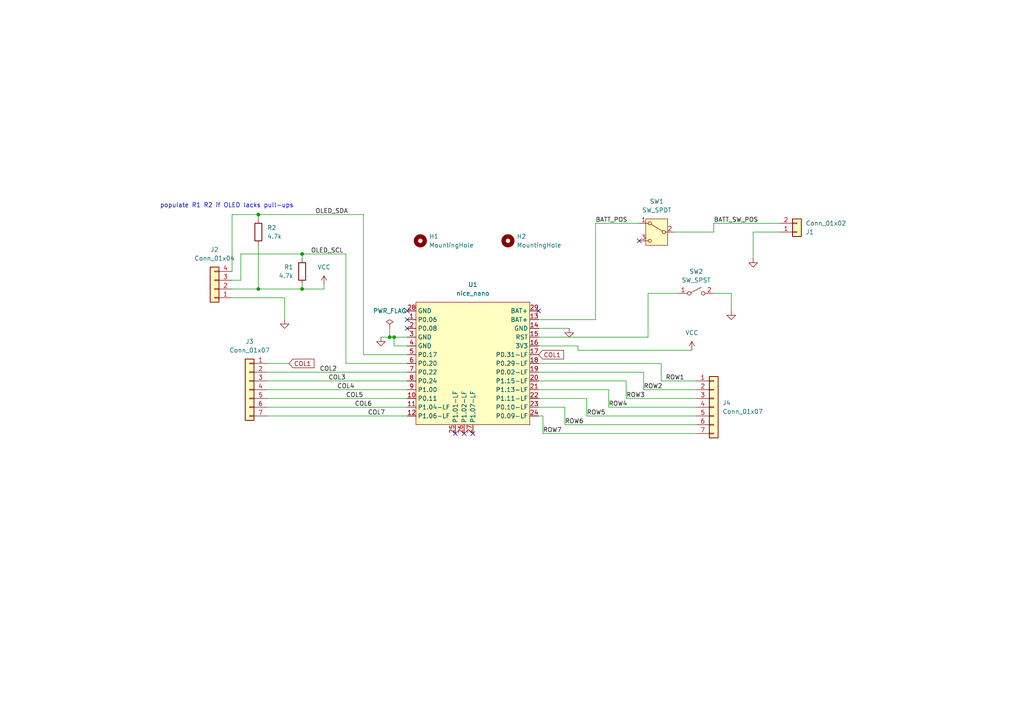
<source format=kicad_sch>
(kicad_sch (version 20231120) (generator "eeschema") (generator_version "8.0")
  (paper "A4")
  (title_block (title "Right Dactyl Manuform Wireless Supermini nRF52840 Hub") (date "2025-03-04") (rev "A") (comment 1 "Connection point for the keyboard components") (comment 2 "Mounts to case of right half of wireless dactyl manuform keyboard"))
  (lib_symbols
    (symbol "Connector_Generic:Conn_01x02" (pin_names (offset 1.016) hide)
      (property "Reference" "J1" (at 2.54 0.0001 0))
      (property "Value" "Conn_01x02" (at 2.54 -2.5399 0))
      (symbol "Conn_01x02_1_1"
        (rectangle (start -1.27 -2.413) (end 0 -2.667) (stroke (width 0.1524)))
        (rectangle (start -1.27 0.127) (end 0 -0.127) (stroke (width 0.1524)))
        (rectangle (start -1.27 1.27) (end 1.27 -3.81) (stroke (width 0.254)) (fill (type background)))
        (pin power_in line (at -5.08 0 0) (length 3.81) (name "Pin_1") (number "1"))
        (pin power_out line (at -5.08 -2.54 0) (length 3.81) (name "Pin_2") (number "2"))
      )
    )
    (symbol "Connector_Generic:Conn_01x04" (pin_names (offset 1.016) hide)
      (property "Reference" "J" (at 0 5.08 0))
      (property "Value" "Conn_01x04" (at 0 -7.62 0))
      (symbol "Conn_01x04_1_1"
        (rectangle (start -1.27 -4.953) (end 0 -5.207) (stroke (width 0.1524)))
        (rectangle (start -1.27 -2.413) (end 0 -2.667) (stroke (width 0.1524)))
        (rectangle (start -1.27 0.127) (end 0 -0.127) (stroke (width 0.1524)))
        (rectangle (start -1.27 2.667) (end 0 2.413) (stroke (width 0.1524)))
        (rectangle (start -1.27 3.81) (end 1.27 -6.35) (stroke (width 0.254)) (fill (type background)))
        (pin passive line (at -5.08 2.54 0) (length 3.81) (name "Pin_1") (number "1"))
        (pin passive line (at -5.08 0 0) (length 3.81) (name "Pin_2") (number "2"))
        (pin passive line (at -5.08 -2.54 0) (length 3.81) (name "Pin_3") (number "3"))
        (pin passive line (at -5.08 -5.08 0) (length 3.81) (name "Pin_4") (number "4"))
      )
    )
    (symbol "Connector_Generic:Conn_01x07" (pin_names (offset 1.016) hide)
      (property "Reference" "J" (at 0 10.16 0))
      (property "Value" "Conn_01x07" (at 0 -10.16 0))
      (symbol "Conn_01x07_1_1"
        (rectangle (start -1.27 -7.493) (end 0 -7.747) (stroke (width 0.1524)))
        (rectangle (start -1.27 -4.953) (end 0 -5.207) (stroke (width 0.1524)))
        (rectangle (start -1.27 -2.413) (end 0 -2.667) (stroke (width 0.1524)))
        (rectangle (start -1.27 0.127) (end 0 -0.127) (stroke (width 0.1524)))
        (rectangle (start -1.27 2.667) (end 0 2.413) (stroke (width 0.1524)))
        (rectangle (start -1.27 5.207) (end 0 4.953) (stroke (width 0.1524)))
        (rectangle (start -1.27 7.747) (end 0 7.493) (stroke (width 0.1524)))
        (rectangle (start -1.27 8.89) (end 1.27 -8.89) (stroke (width 0.254)) (fill (type background)))
        (pin passive line (at -5.08 7.62 0) (length 3.81) (name "Pin_1") (number "1"))
        (pin passive line (at -5.08 5.08 0) (length 3.81) (name "Pin_2") (number "2"))
        (pin passive line (at -5.08 2.54 0) (length 3.81) (name "Pin_3") (number "3"))
        (pin passive line (at -5.08 0 0) (length 3.81) (name "Pin_4") (number "4"))
        (pin passive line (at -5.08 -2.54 0) (length 3.81) (name "Pin_5") (number "5"))
        (pin passive line (at -5.08 -5.08 0) (length 3.81) (name "Pin_6") (number "6"))
        (pin passive line (at -5.08 -7.62 0) (length 3.81) (name "Pin_7") (number "7"))
      )
    )
    (symbol "Mechanical:MountingHole" (pin_names (offset 1.016))
      (property "Reference" "H" (at 0 5.08 0))
      (property "Value" "MountingHole" (at 0 3.175 0))
      (symbol "MountingHole_0_1"
        (circle (center 0 0) (radius 1.27) (stroke (width 1.27)))
      )
    )
    (symbol "PCM_marbastlib-promicroish:nice_nano" (in_bom no)
      (property "Reference" "U1" (at 0 24.13 0))
      (property "Value" "nice_nano" (at 0 21.59 0))
      (symbol "nice_nano_0_0"
        (pin bidirectional line (at -19.05 13.97 0) (length 2.54) (name "P0.06") (number "1"))
        (pin bidirectional line (at -19.05 -8.89 0) (length 2.54) (name "P0.11") (number "10"))
        (pin bidirectional line (at -19.05 -11.43 0) (length 2.54) (name "P1.04-LF") (number "11"))
        (pin bidirectional line (at -19.05 -13.97 0) (length 2.54) (name "P1.06-LF") (number "12"))
        (pin power_in line (at 19.05 11.43 180) (length 2.54) (name "GND") (number "14"))
        (pin input line (at 19.05 8.89 180) (length 2.54) (name "RST") (number "15"))
        (pin bidirectional line (at 19.05 3.81 180) (length 2.54) (name "P0.31-LF") (number "17"))
        (pin bidirectional line (at 19.05 1.27 180) (length 2.54) (name "P0.29-LF") (number "18"))
        (pin bidirectional line (at 19.05 -1.27 180) (length 2.54) (name "P0.02-LF") (number "19"))
        (pin bidirectional line (at -19.05 11.43 0) (length 2.54) (name "P0.08") (number "2"))
        (pin bidirectional line (at 19.05 -3.81 180) (length 2.54) (name "P1.15-LF") (number "20"))
        (pin bidirectional line (at 19.05 -6.35 180) (length 2.54) (name "P1.13-LF") (number "21"))
        (pin bidirectional line (at 19.05 -8.89 180) (length 2.54) (name "P1.11-LF") (number "22"))
        (pin bidirectional line (at 19.05 -13.97 180) (length 2.54) (name "P0.09-LF") (number "24"))
        (pin power_in line (at -19.05 8.89 0) (length 2.54) (name "GND") (number "3"))
        (pin power_in line (at -19.05 6.35 0) (length 2.54) (name "GND") (number "4"))
        (pin bidirectional line (at -19.05 3.81 0) (length 2.54) (name "P0.17") (number "5"))
        (pin bidirectional line (at -19.05 1.27 0) (length 2.54) (name "P0.20") (number "6"))
        (pin bidirectional line (at -19.05 -1.27 0) (length 2.54) (name "P0.22") (number "7"))
        (pin bidirectional line (at -19.05 -3.81 0) (length 2.54) (name "P0.24") (number "8"))
        (pin bidirectional line (at -19.05 -6.35 0) (length 2.54) (name "P1.00") (number "9"))
      )
      (symbol "nice_nano_1_0"
        (pin power_in line (at 19.05 13.97 180) (length 2.54) (name "BAT+") (number "13"))
        (pin power_out line (at 19.05 6.35 180) (length 2.54) (name "3V3") (number "16"))
        (pin bidirectional line (at 19.05 -11.43 180) (length 2.54) (name "P0.10-LF") (number "23"))
        (pin bidirectional line (at -5.08 -19.05 90) (length 2.54) (name "P1.01-LF") (number "25"))
        (pin bidirectional line (at -2.54 -19.05 90) (length 2.54) (name "P1.02-LF") (number "26"))
        (pin bidirectional line (at 0 -19.05 90) (length 2.54) (name "P1.07-LF") (number "27"))
        (pin power_out line (at -19.05 16.51 0) (length 2.54) (name "GND") (number "28"))
        (pin power_out line (at 19.05 16.51 180) (length 2.54) (name "BAT+") (number "29"))
      )
      (symbol "nice_nano_1_1"
        (rectangle (start -16.51 19.05) (end 16.51 -16.51) (fill (type background)))
      )
    )
    (symbol "ScottoKeebs:Placeholder_Resistor" (pin_numbers hide) (pin_names (offset 0))
      (property "Reference" "R" (at 0 2.032 0))
      (property "Value" "Resistor" (at 0 -2.54 0))
      (symbol "Placeholder_Resistor_0_1"
        (rectangle (start 2.54 -1.016) (end -2.54 1.016) (stroke (width 0.254)))
      )
      (symbol "Placeholder_Resistor_1_1"
        (pin passive line (at -3.81 0 0) (length 1.27) (name "~") (number "1"))
        (pin passive line (at 3.81 0 180) (length 1.27) (name "~") (number "2"))
      )
    )
    (symbol "Switch:SW_SPDT" (pin_names (offset 0) hide)
      (property "Reference" "SW1" (at 0 8.89 0))
      (property "Value" "SW_SPDT" (at 0 6.35 0))
      (symbol "SW_SPDT_0_1"
        (circle (center -2.032 0) (radius 0.4572))
        (polyline (pts (xy -1.651 0.254) (xy 1.651 2.286)))
        (circle (center 2.032 -2.54) (radius 0.4572))
        (circle (center 2.032 2.54) (radius 0.4572))
      )
      (symbol "SW_SPDT_1_1"
        (rectangle (start -3.175 3.81) (end 3.175 -3.81) (fill (type background)))
        (pin power_out line (at 5.08 2.54 180) (length 2.54) (name "A") (number "1"))
        (pin power_in line (at -5.08 0 0) (length 2.54) (name "B") (number "2"))
        (pin passive line (at 5.08 -2.54 180) (length 2.54) (name "C") (number "3"))
      )
    )
    (symbol "Switch:SW_SPST" (pin_names (offset 0) hide)
      (property "Reference" "SW" (at 0 3.175 0))
      (property "Value" "SW_SPST" (at 0 -2.54 0))
      (symbol "SW_SPST_0_0"
        (circle (center -2.032 0) (radius 0.508))
        (polyline (pts (xy -1.524 0.254) (xy 1.524 1.778)))
        (circle (center 2.032 0) (radius 0.508))
      )
      (symbol "SW_SPST_1_1"
        (pin passive line (at -5.08 0 0) (length 2.54) (name "A") (number "1"))
        (pin passive line (at 5.08 0 180) (length 2.54) (name "B") (number "2"))
      )
    )
    (symbol "power:GND" (power) (pin_names (offset 0))
      (property "Value" "GND" (at 0 -3.81 0))
      (symbol "GND_0_1"
        (polyline (pts (xy 0 0) (xy 0 -1.27) (xy 1.27 -1.27) (xy 0 -2.54) (xy -1.27 -1.27) (xy 0 -1.27)))
      )
      (symbol "GND_1_1"
        (pin power_in line (at 0 0 270) (length 0) hide (name "GND") (number "1"))
      )
    )
    (symbol "power:PWR_FLAG" (power) (pin_numbers hide) (pin_names (offset 0) hide)
      (property "Value" "PWR_FLAG" (at 0 3.81 0))
      (symbol "PWR_FLAG_0_0"
        (pin power_out line (at 0 0 90) (length 0) (name "pwr") (number "1"))
      )
      (symbol "PWR_FLAG_0_1"
        (polyline (pts (xy 0 0) (xy 0 1.27) (xy -1.016 1.905) (xy 0 2.54) (xy 1.016 1.905) (xy 0 1.27)))
      )
    )
    (symbol "power:VCC" (power) (pin_names (offset 0))
      (property "Value" "VCC" (at 0 3.81 0))
      (symbol "VCC_0_1"
        (polyline (pts (xy -0.762 1.27) (xy 0 2.54)))
        (polyline (pts (xy 0 0) (xy 0 2.54)))
        (polyline (pts (xy 0 2.54) (xy 0.762 1.27)))
      )
      (symbol "VCC_1_1"
        (pin power_in line (at 0 0 90) (length 0) hide (name "VCC") (number "1"))
      )
    )
  )
  (junction (at 87.63 83.82))
  (junction (at 113.03 97.79))
  (junction (at 114.3 97.79))
  (junction (at 87.63 73.66))
  (junction (at 74.93 62.23))
  (junction (at 74.93 83.82))
  (no_connect (at 156.21 90.17))
  (no_connect (at 134.62 125.73))
  (no_connect (at 118.11 92.71))
  (no_connect (at 118.11 95.25))
  (no_connect (at 185.42 69.85))
  (no_connect (at 137.16 125.73))
  (no_connect (at 118.11 90.17))
  (no_connect (at 132.08 125.73))
  (wire (pts (xy 191.77 110.49) (xy 191.77 105.41)))
  (wire (pts (xy 157.48 120.65) (xy 156.21 120.65)))
  (wire (pts (xy 77.47 118.11) (xy 118.11 118.11)))
  (wire (pts (xy 77.47 115.57) (xy 118.11 115.57)))
  (wire (pts (xy 74.93 83.82) (xy 67.31 83.82)))
  (wire (pts (xy 218.44 67.31) (xy 218.44 74.93)))
  (wire (pts (xy 207.01 67.31) (xy 195.58 67.31)))
  (wire (pts (xy 163.83 118.11) (xy 156.21 118.11)))
  (wire (pts (xy 157.48 125.73) (xy 201.93 125.73)))
  (wire (pts (xy 163.83 123.19) (xy 163.83 118.11)))
  (wire (pts (xy 67.31 86.36) (xy 82.55 86.36)))
  (wire (pts (xy 114.3 97.79) (xy 118.11 97.79)))
  (wire (pts (xy 186.69 107.95) (xy 156.21 107.95)))
  (wire (pts (xy 77.47 107.95) (xy 118.11 107.95)))
  (wire (pts (xy 176.53 118.11) (xy 176.53 113.03)))
  (wire (pts (xy 113.03 95.25) (xy 113.03 97.79)))
  (wire (pts (xy 113.03 97.79) (xy 114.3 97.79)))
  (wire (pts (xy 181.61 110.49) (xy 156.21 110.49)))
  (wire (pts (xy 74.93 83.82) (xy 87.63 83.82)))
  (wire (pts (xy 87.63 73.66) (xy 87.63 74.93)))
  (wire (pts (xy 156.21 95.25) (xy 165.1 95.25)))
  (wire (pts (xy 74.93 62.23) (xy 105.41 62.23)))
  (wire (pts (xy 172.72 92.71) (xy 156.21 92.71)))
  (wire (pts (xy 105.41 62.23) (xy 105.41 102.87)))
  (wire (pts (xy 170.18 115.57) (xy 156.21 115.57)))
  (wire (pts (xy 167.64 101.6) (xy 200.66 101.6)))
  (wire (pts (xy 69.85 73.66) (xy 87.63 73.66)))
  (wire (pts (xy 167.64 100.33) (xy 167.64 101.6)))
  (wire (pts (xy 170.18 120.65) (xy 201.93 120.65)))
  (wire (pts (xy 176.53 113.03) (xy 156.21 113.03)))
  (wire (pts (xy 87.63 73.66) (xy 100.33 73.66)))
  (wire (pts (xy 93.98 83.82) (xy 93.98 82.55)))
  (wire (pts (xy 176.53 118.11) (xy 201.93 118.11)))
  (wire (pts (xy 69.85 81.28) (xy 67.31 81.28)))
  (wire (pts (xy 185.42 64.77) (xy 172.72 64.77)))
  (wire (pts (xy 187.96 85.09) (xy 187.96 97.79)))
  (wire (pts (xy 156.21 100.33) (xy 167.64 100.33)))
  (wire (pts (xy 110.49 97.79) (xy 113.03 97.79)))
  (wire (pts (xy 212.09 85.09) (xy 212.09 90.17)))
  (wire (pts (xy 181.61 115.57) (xy 181.61 110.49)))
  (wire (pts (xy 170.18 120.65) (xy 170.18 115.57)))
  (wire (pts (xy 114.3 100.33) (xy 118.11 100.33)))
  (wire (pts (xy 172.72 64.77) (xy 172.72 92.71)))
  (wire (pts (xy 87.63 82.55) (xy 87.63 83.82)))
  (wire (pts (xy 74.93 71.12) (xy 74.93 83.82)))
  (wire (pts (xy 156.21 97.79) (xy 187.96 97.79)))
  (wire (pts (xy 77.47 110.49) (xy 118.11 110.49)))
  (wire (pts (xy 100.33 105.41) (xy 118.11 105.41)))
  (wire (pts (xy 186.69 113.03) (xy 186.69 107.95)))
  (wire (pts (xy 77.47 120.65) (xy 118.11 120.65)))
  (wire (pts (xy 207.01 64.77) (xy 226.06 64.77)))
  (wire (pts (xy 67.31 62.23) (xy 74.93 62.23)))
  (wire (pts (xy 226.06 67.31) (xy 218.44 67.31)))
  (wire (pts (xy 191.77 110.49) (xy 201.93 110.49)))
  (wire (pts (xy 77.47 113.03) (xy 118.11 113.03)))
  (wire (pts (xy 67.31 62.23) (xy 67.31 78.74)))
  (wire (pts (xy 207.01 85.09) (xy 212.09 85.09)))
  (wire (pts (xy 74.93 62.23) (xy 74.93 63.5)))
  (wire (pts (xy 87.63 83.82) (xy 93.98 83.82)))
  (wire (pts (xy 186.69 113.03) (xy 201.93 113.03)))
  (wire (pts (xy 82.55 86.36) (xy 82.55 92.71)))
  (wire (pts (xy 191.77 105.41) (xy 156.21 105.41)))
  (wire (pts (xy 207.01 67.31) (xy 207.01 64.77)))
  (wire (pts (xy 69.85 73.66) (xy 69.85 81.28)))
  (wire (pts (xy 157.48 125.73) (xy 157.48 120.65)))
  (wire (pts (xy 163.83 123.19) (xy 201.93 123.19)))
  (wire (pts (xy 100.33 73.66) (xy 100.33 105.41)))
  (wire (pts (xy 77.47 105.41) (xy 83.82 105.41)))
  (wire (pts (xy 181.61 115.57) (xy 201.93 115.57)))
  (wire (pts (xy 187.96 85.09) (xy 196.85 85.09)))
  (wire (pts (xy 114.3 97.79) (xy 114.3 100.33)))
  (wire (pts (xy 105.41 102.87) (xy 118.11 102.87)))
  (text "populate R1 R2 if OLED lacks pull-ups" (at 65.786 59.69 0) (effects (font (size 1.27 1.27))))
  (label "ROW7" (at 157.48 125.73 0))
  (label "COL6" (at 102.87 118.11 0))
  (label "BATT_POS" (at 172.72 64.77 0))
  (label "ROW1" (at 193.04 110.49 0))
  (label "ROW3" (at 181.61 115.57 0))
  (label "COL2" (at 92.71 107.95 0))
  (label "COL3" (at 95.25 110.49 0))
  (label "BATT_SW_POS" (at 207.01 64.77 0))
  (label "OLED_SDA" (at 91.44 62.23 0))
  (label "ROW6" (at 163.83 123.19 0))
  (label "OLED_SCL" (at 90.17 73.66 0))
  (label "COL4" (at 97.79 113.03 0))
  (label "ROW5" (at 170.18 120.65 0))
  (label "COL5" (at 100.33 115.57 0))
  (label "COL7" (at 106.68 120.65 0))
  (label "ROW2" (at 186.69 113.03 0))
  (label "ROW4" (at 176.53 118.11 0))
  (global_label "COL1" (shape input) (at 83.82 105.41 0) (property "Intersheetrefs" "${INTERSHEET_REFS}" (effects (hide yes))))
  (global_label "COL1" (shape input) (at 156.21 102.87 0) (property "Intersheetrefs" "${INTERSHEET_REFS}" (effects (hide yes))))
  (symbol (lib_id "Connector_Generic:Conn_01x02") (at 231.14 67.31 0) (mirror x) (unit 1)
    (property "Reference" "J1" (at 233.68 67.3101 0) (effects (justify left)))
    (property "Value" "Conn_01x02" (at 233.68 64.7701 0) (effects (justify left)))
    (property "Footprint" "Connector_JST:JST_PH_S2B-PH-K_1x02_P2.00mm_Horizontal" (effects (hide yes)))
    (property "Description" "Generic connector, single row, 01x02, script generated (kicad-library-utils/schlib/autogen/connector/)" (effects (hide yes)))
  )
  (symbol (lib_id "power:GND") (at 165.1 95.25 0) (unit 1)
    (property "Reference" "#PWR07" (effects (hide yes)))
    (property "Value" "GND" (effects (hide yes)))
    (property "Description" "Power symbol creates a global label with name \"GND\" , ground" (effects (hide yes)))
  )
  (symbol (lib_id "Connector_Generic:Conn_01x04") (at 62.23 83.82 180) (unit 1)
    (property "Reference" "J2" (at 62.23 72.39 0))
    (property "Value" "Conn_01x04" (at 62.23 74.93 0))
    (property "Footprint" "Connector_JST:JST_PH_S4B-PH-K_1x04_P2.00mm_Horizontal" (effects (hide yes)))
    (property "Description" "Generic connector, single row, 01x04, script generated (kicad-library-utils/schlib/autogen/connector/)" (effects (hide yes)))
  )
  (symbol (lib_id "power:GND") (at 82.55 92.71 0) (unit 1)
    (property "Reference" "#PWR03" (effects (hide yes)))
    (property "Value" "GND" (effects (hide yes)))
    (property "Description" "Power symbol creates a global label with name \"GND\" , ground" (effects (hide yes)))
  )
  (symbol (lib_id "power:GND") (at 218.44 74.93 0) (mirror y) (unit 1)
    (property "Reference" "#PWR02" (effects (hide yes)))
    (property "Value" "GND" (effects (hide yes)))
    (property "Description" "Power symbol creates a global label with name \"GND\" , ground" (effects (hide yes)))
  )
  (symbol (lib_id "Connector_Generic:Conn_01x07") (at 207.01 118.11 0) (unit 1)
    (property "Reference" "J4" (at 209.55 116.8399 0) (effects (justify left)))
    (property "Value" "Conn_01x07" (at 209.55 119.3799 0) (effects (justify left)))
    (property "Footprint" "Connector_PinHeader_2.54mm:PinHeader_1x07_P2.54mm_Vertical" (effects (hide yes)))
    (property "Description" "Generic connector, single row, 01x07, script generated (kicad-library-utils/schlib/autogen/connector/)" (effects (hide yes)))
  )
  (symbol (lib_id "Mechanical:MountingHole") (at 147.32 69.85 0) (unit 1)
    (property "Reference" "H2" (at 149.86 68.5799 0) (effects (justify left)))
    (property "Value" "MountingHole" (at 149.86 71.1199 0) (effects (justify left)))
    (property "Footprint" "mounting-hole:M1.4_tapping_Hole_JLC" (effects (hide yes)))
    (property "Description" "Mounting Hole without connection" (effects (hide yes)))
  )
  (symbol (lib_id "Connector_Generic:Conn_01x07") (at 72.39 113.03 0) (mirror y) (unit 1)
    (property "Reference" "J3" (at 72.39 99.06 0))
    (property "Value" "Conn_01x07" (at 72.39 101.6 0))
    (property "Footprint" "Connector_PinHeader_2.54mm:PinHeader_1x07_P2.54mm_Vertical" (effects (hide yes)))
    (property "Description" "Generic connector, single row, 01x07, script generated (kicad-library-utils/schlib/autogen/connector/)" (effects (hide yes)))
  )
  (symbol (lib_id "Switch:SW_SPST") (at 201.93 85.09 0) (unit 1)
    (property "Reference" "SW2" (at 201.93 78.74 0))
    (property "Value" "SW_SPST" (at 201.93 81.28 0))
    (property "Footprint" "PCM_marbastlib-various:SW_SKHLLCA010" (effects (hide yes)))
    (property "Description" "Single Pole Single Throw (SPST) switch" (effects (hide yes)))
  )
  (symbol (lib_id "Mechanical:MountingHole") (at 121.92 69.85 0) (unit 1)
    (property "Reference" "H1" (at 124.46 68.5799 0) (effects (justify left)))
    (property "Value" "MountingHole" (at 124.46 71.1199 0) (effects (justify left)))
    (property "Footprint" "mounting-hole:M1.4_tapping_Hole_JLC" (effects (hide yes)))
    (property "Description" "Mounting Hole without connection" (effects (hide yes)))
  )
  (symbol (lib_id "PCM_marbastlib-promicroish:nice_nano") (at 137.16 106.68 0) (unit 1) (in_bom no)
    (property "Reference" "U1" (at 137.16 82.55 0))
    (property "Value" "nice_nano" (at 137.16 85.09 0))
    (property "Footprint" "PCM_marbastlib-xp-promicroish:SuperMini_nRF52840_H_USBup" (effects (hide yes)))
    (property "Datasheet" "https://nicekeyboards.com/docs/nice-nano/pinout-schematic" (effects (hide yes)))
    (property "Description" "Symbol for an nicekeyboards nice!nano" (effects (hide yes)))
  )
  (symbol (lib_id "power:GND") (at 212.09 90.17 0) (unit 1)
    (property "Reference" "#PWR01" (effects (hide yes)))
    (property "Value" "GND" (effects (hide yes)))
    (property "Description" "Power symbol creates a global label with name \"GND\" , ground" (effects (hide yes)))
  )
  (symbol (lib_id "power:GND") (at 110.49 97.79 0) (unit 1)
    (property "Reference" "#PWR05" (effects (hide yes)))
    (property "Value" "GND" (effects (hide yes)))
    (property "Description" "Power symbol creates a global label with name \"GND\" , ground" (effects (hide yes)))
  )
  (symbol (lib_id "power:VCC") (at 93.98 82.55 0) (unit 1)
    (property "Reference" "#PWR04" (effects (hide yes)))
    (property "Value" "VCC" (at 93.98 77.47 0))
    (property "Description" "Power symbol creates a global label with name \"VCC\"" (effects (hide yes)))
  )
  (symbol (lib_id "power:VCC") (at 200.66 101.6 0) (unit 1)
    (property "Reference" "#PWR08" (effects (hide yes)))
    (property "Value" "VCC" (at 200.66 96.52 0))
    (property "Description" "Power symbol creates a global label with name \"VCC\"" (effects (hide yes)))
  )
  (symbol (lib_id "ScottoKeebs:Placeholder_Resistor") (at 87.63 78.74 270) (mirror x) (unit 1)
    (property "Reference" "R1" (at 85.09 77.4699 90) (effects (justify right)))
    (property "Value" "4.7k" (at 85.09 80.0099 90) (effects (justify right)))
    (property "Footprint" "Resistor_SMD:R_0805_2012Metric" (effects (hide yes)))
    (property "Description" "Resistor" (effects (hide yes)))
  )
  (symbol (lib_id "Switch:SW_SPDT") (at 190.5 67.31 0) (mirror y) (unit 1)
    (property "Reference" "SW1" (at 190.5 58.42 0))
    (property "Value" "SW_SPDT" (at 190.5 60.96 0))
    (property "Footprint" "SLW_864574_5A_RA_N_D:SW_SLW-864574-5A-RA-N-D" (effects (hide yes)))
    (property "Description" "Switch, single pole double throw" (effects (hide yes)))
  )
  (symbol (lib_id "ScottoKeebs:Placeholder_Resistor") (at 74.93 67.31 90) (unit 1)
    (property "Reference" "R2" (at 77.47 66.0399 90) (effects (justify right)))
    (property "Value" "4.7k" (at 77.47 68.5799 90) (effects (justify right)))
    (property "Footprint" "Resistor_SMD:R_0805_2012Metric" (effects (hide yes)))
    (property "Description" "Resistor" (effects (hide yes)))
  )
  (symbol (lib_id "power:PWR_FLAG") (at 113.03 95.25 0) (unit 1)
    (property "Reference" "#FLG02" (effects (hide yes)))
    (property "Value" "PWR_FLAG" (at 113.03 90.17 0))
    (property "Description" "Special symbol for telling ERC where power comes from" (effects (hide yes)))
  )
)
</source>
